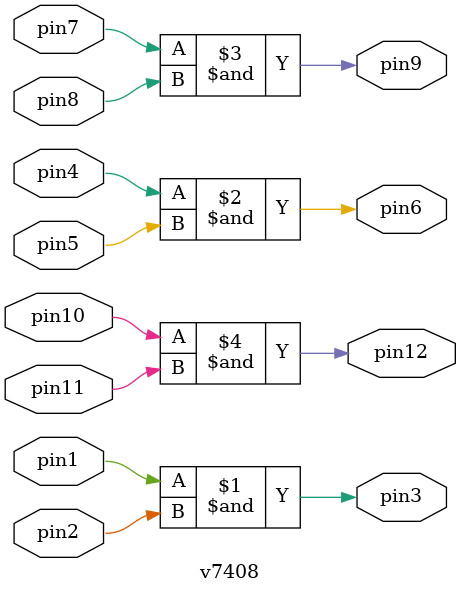
<source format=v>
`timescale 1ns / 1ns

module mux (LEDR, SW);
	input [2:0]SW;
	output [1:0]LEDR;
	wire w1, w2, w3;
	
	v7404 u1(.pin1(SW[2]), .pin2(w1));
	v7408 u2(.pin1(SW[0]), .pin2(w1), .pin3(w2), .pin4(SW[1]), .pin5(SW[2]), .pin6(w3));
	v7432 u3(.pin1(w2), .pin2(w3), .pin3(LEDR[0]));
endmodule 

module v7404 (input pin1, pin3, pin5, pin7, pin9, pin11, 
              output pin2, pin4, pin6, pin8, pin10, pin12);
    assign pin2 = ~pin1;
    assign pin4 = ~pin3;
    assign pin6 = ~pin5;
    assign pin8 = ~pin7;
    assign pin10 = ~pin9;
    assign pin12 = ~pin11;
endmodule

module v7432 (input pin1, pin2, pin4, pin5, pin7, pin8, pin10, pin11,
              output pin3, pin6, pin9, pin12);
    assign pin3 = pin1|pin2;
    assign pin6 = pin4|pin5;
    assign pin9 = pin7|pin8;
    assign pin12 = pin10|pin11;
endmodule

module v7408 (input pin1, pin2, pin4, pin5, pin7, pin8, pin10, pin11,
              output pin3, pin6, pin9, pin12);
    assign pin3 = pin1&pin2;
    assign pin6 = pin4&pin5;
    assign pin9 = pin7&pin8;
    assign pin12 = pin10&pin11;
endmodule
</source>
